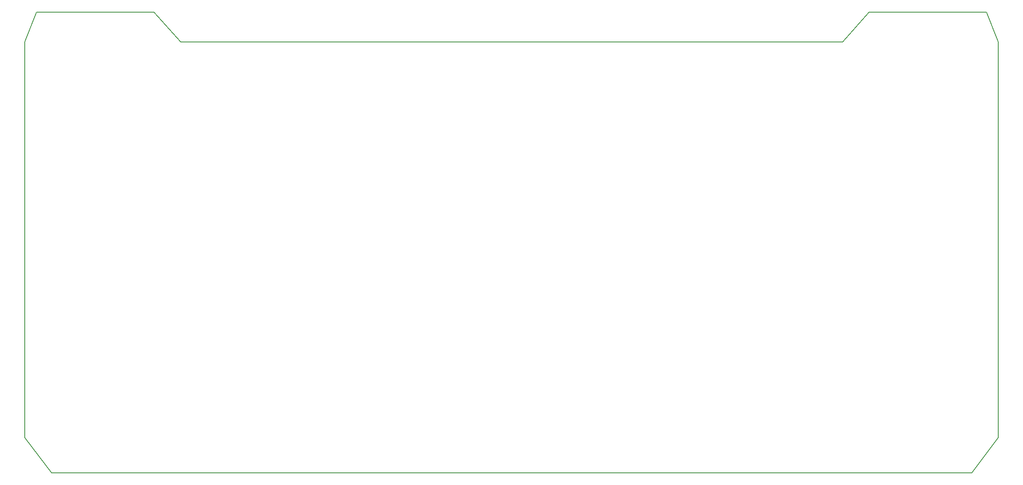
<source format=gbr>
G04 #@! TF.GenerationSoftware,KiCad,Pcbnew,(5.1.9)-1*
G04 #@! TF.CreationDate,2021-09-28T02:04:04-07:00*
G04 #@! TF.ProjectId,keyboard,6b657962-6f61-4726-942e-6b696361645f,rev?*
G04 #@! TF.SameCoordinates,Original*
G04 #@! TF.FileFunction,Profile,NP*
%FSLAX46Y46*%
G04 Gerber Fmt 4.6, Leading zero omitted, Abs format (unit mm)*
G04 Created by KiCad (PCBNEW (5.1.9)-1) date 2021-09-28 02:04:04*
%MOMM*%
%LPD*%
G01*
G04 APERTURE LIST*
G04 #@! TA.AperFunction,Profile*
%ADD10C,0.200000*%
G04 #@! TD*
G04 APERTURE END LIST*
D10*
X47481250Y-13000000D02*
X181118750Y-13000000D01*
X186500000Y-7000000D02*
X181118750Y-13000000D01*
X186500000Y-7000000D02*
X210168750Y-7000000D01*
X212550000Y-13000000D02*
X210168750Y-7000000D01*
X42100000Y-7000000D02*
X47481250Y-13000000D01*
X16050000Y-13000000D02*
X18431250Y-7000000D01*
X207168750Y-100000000D02*
X212550000Y-92868750D01*
X16050000Y-92868750D02*
X21431250Y-100000000D01*
X18431250Y-7000000D02*
X42100000Y-7000000D01*
X212550000Y-13000000D02*
X212550000Y-92868750D01*
X207168750Y-100000000D02*
X21431250Y-100000000D01*
X16050000Y-92868750D02*
X16050000Y-13000000D01*
M02*

</source>
